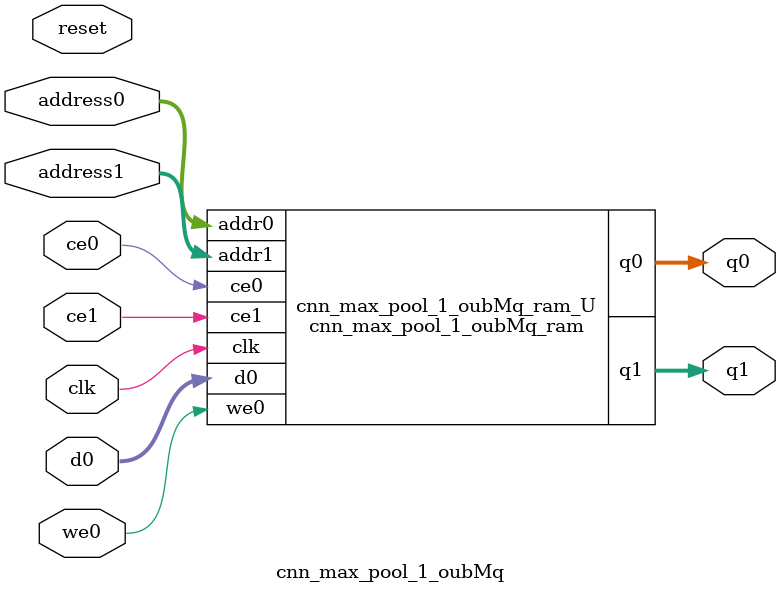
<source format=v>
`timescale 1 ns / 1 ps
module cnn_max_pool_1_oubMq_ram (addr0, ce0, d0, we0, q0, addr1, ce1, q1,  clk);

parameter DWIDTH = 14;
parameter AWIDTH = 3;
parameter MEM_SIZE = 8;

input[AWIDTH-1:0] addr0;
input ce0;
input[DWIDTH-1:0] d0;
input we0;
output reg[DWIDTH-1:0] q0;
input[AWIDTH-1:0] addr1;
input ce1;
output reg[DWIDTH-1:0] q1;
input clk;

(* ram_style = "distributed" *)reg [DWIDTH-1:0] ram[0:MEM_SIZE-1];




always @(posedge clk)  
begin 
    if (ce0) 
    begin
        if (we0) 
        begin 
            ram[addr0] <= d0; 
        end 
        q0 <= ram[addr0];
    end
end


always @(posedge clk)  
begin 
    if (ce1) 
    begin
        q1 <= ram[addr1];
    end
end


endmodule

`timescale 1 ns / 1 ps
module cnn_max_pool_1_oubMq(
    reset,
    clk,
    address0,
    ce0,
    we0,
    d0,
    q0,
    address1,
    ce1,
    q1);

parameter DataWidth = 32'd14;
parameter AddressRange = 32'd8;
parameter AddressWidth = 32'd3;
input reset;
input clk;
input[AddressWidth - 1:0] address0;
input ce0;
input we0;
input[DataWidth - 1:0] d0;
output[DataWidth - 1:0] q0;
input[AddressWidth - 1:0] address1;
input ce1;
output[DataWidth - 1:0] q1;



cnn_max_pool_1_oubMq_ram cnn_max_pool_1_oubMq_ram_U(
    .clk( clk ),
    .addr0( address0 ),
    .ce0( ce0 ),
    .we0( we0 ),
    .d0( d0 ),
    .q0( q0 ),
    .addr1( address1 ),
    .ce1( ce1 ),
    .q1( q1 ));

endmodule


</source>
